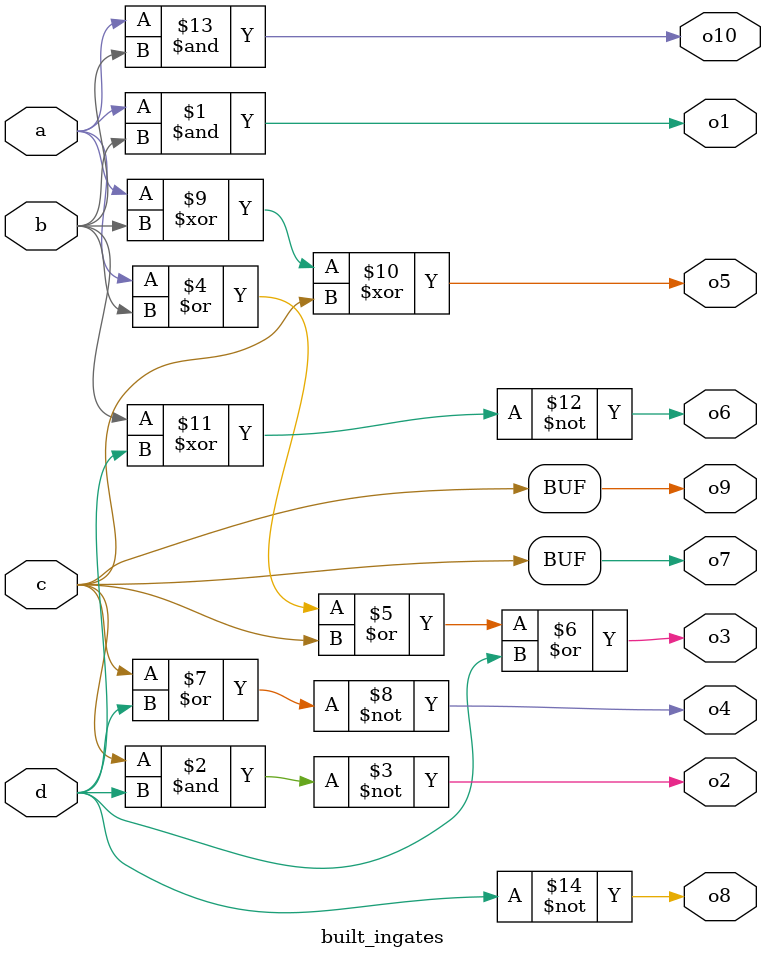
<source format=v>
`timescale 1us/1ns

module built_ingates(
    input a,b,c,d,
    output o1,o2,o3,o4,o5,o6,o7,o8,o9,o10
);

and and1 (o1,a,b);
nand nand1 (o2,c,d);
or or1 (o3,a,b,c,d);
nor nor1 (o4,c,d);
xor xor1(o5,a,b,c);
xnor xnor1 (o6,b,d);
buf buf1 (o7,c);
not not1 (o8,d);

buf #0.1 buf_dly (o9,c);
and #0.2 and_dly (o10,a,b);
    
endmodule
</source>
